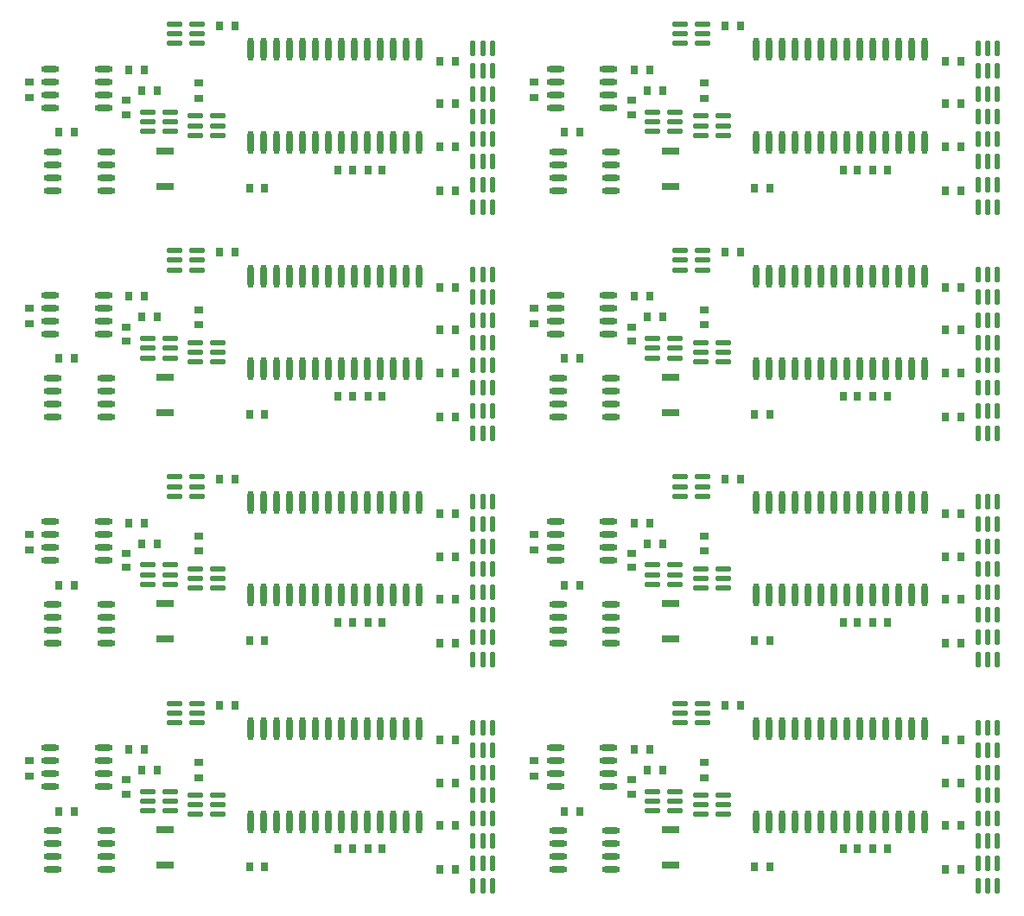
<source format=gtp>
%FSLAX25Y25*%
%MOIN*%
G70*
G01*
G75*
G04 Layer_Color=8421504*
%ADD10O,0.02362X0.09055*%
%ADD11R,0.02756X0.03543*%
%ADD12O,0.01969X0.06299*%
%ADD13R,0.03150X0.03543*%
%ADD14R,0.06693X0.02953*%
%ADD15O,0.07087X0.02362*%
%ADD16R,0.03543X0.02756*%
%ADD17R,0.03543X0.03150*%
%ADD18O,0.06299X0.01969*%
%ADD19C,0.02000*%
%ADD20C,0.01000*%
%ADD21C,0.07874*%
%ADD22O,0.03937X0.05906*%
%ADD23C,0.04724*%
%ADD24O,0.05906X0.03937*%
%ADD25C,0.05000*%
%ADD26C,0.00984*%
%ADD27C,0.02362*%
%ADD28C,0.00787*%
%ADD29C,0.00600*%
D10*
X91618Y33283D02*
D03*
X96618D02*
D03*
X101618D02*
D03*
X106618D02*
D03*
X111618D02*
D03*
X116618D02*
D03*
X121618D02*
D03*
X126618D02*
D03*
X131618D02*
D03*
X136618D02*
D03*
X141618D02*
D03*
X146618D02*
D03*
X151618D02*
D03*
X156618D02*
D03*
X91618Y69110D02*
D03*
X96618D02*
D03*
X101618D02*
D03*
X106618D02*
D03*
X111618D02*
D03*
X116618D02*
D03*
X121618D02*
D03*
X126618D02*
D03*
X131618D02*
D03*
X136618D02*
D03*
X141618D02*
D03*
X146618D02*
D03*
X151618D02*
D03*
X156618D02*
D03*
X286500Y33283D02*
D03*
X291500D02*
D03*
X296500D02*
D03*
X301500D02*
D03*
X306500D02*
D03*
X311500D02*
D03*
X316500D02*
D03*
X321500D02*
D03*
X326500D02*
D03*
X331500D02*
D03*
X336500D02*
D03*
X341500D02*
D03*
X346500D02*
D03*
X351500D02*
D03*
X286500Y69110D02*
D03*
X291500D02*
D03*
X296500D02*
D03*
X301500D02*
D03*
X306500D02*
D03*
X311500D02*
D03*
X316500D02*
D03*
X321500D02*
D03*
X326500D02*
D03*
X331500D02*
D03*
X336500D02*
D03*
X341500D02*
D03*
X346500D02*
D03*
X351500D02*
D03*
X91618Y120685D02*
D03*
X96618D02*
D03*
X101618D02*
D03*
X106618D02*
D03*
X111618D02*
D03*
X116618D02*
D03*
X121618D02*
D03*
X126618D02*
D03*
X131618D02*
D03*
X136618D02*
D03*
X141618D02*
D03*
X146618D02*
D03*
X151618D02*
D03*
X156618D02*
D03*
X91618Y156512D02*
D03*
X96618D02*
D03*
X101618D02*
D03*
X106618D02*
D03*
X111618D02*
D03*
X116618D02*
D03*
X121618D02*
D03*
X126618D02*
D03*
X131618D02*
D03*
X136618D02*
D03*
X141618D02*
D03*
X146618D02*
D03*
X151618D02*
D03*
X156618D02*
D03*
X286500Y120685D02*
D03*
X291500D02*
D03*
X296500D02*
D03*
X301500D02*
D03*
X306500D02*
D03*
X311500D02*
D03*
X316500D02*
D03*
X321500D02*
D03*
X326500D02*
D03*
X331500D02*
D03*
X336500D02*
D03*
X341500D02*
D03*
X346500D02*
D03*
X351500D02*
D03*
X286500Y156512D02*
D03*
X291500D02*
D03*
X296500D02*
D03*
X301500D02*
D03*
X306500D02*
D03*
X311500D02*
D03*
X316500D02*
D03*
X321500D02*
D03*
X326500D02*
D03*
X331500D02*
D03*
X336500D02*
D03*
X341500D02*
D03*
X346500D02*
D03*
X351500D02*
D03*
X91618Y208087D02*
D03*
X96618D02*
D03*
X101618D02*
D03*
X106618D02*
D03*
X111618D02*
D03*
X116618D02*
D03*
X121618D02*
D03*
X126618D02*
D03*
X131618D02*
D03*
X136618D02*
D03*
X141618D02*
D03*
X146618D02*
D03*
X151618D02*
D03*
X156618D02*
D03*
X91618Y243913D02*
D03*
X96618D02*
D03*
X101618D02*
D03*
X106618D02*
D03*
X111618D02*
D03*
X116618D02*
D03*
X121618D02*
D03*
X126618D02*
D03*
X131618D02*
D03*
X136618D02*
D03*
X141618D02*
D03*
X146618D02*
D03*
X151618D02*
D03*
X156618D02*
D03*
X286500Y208087D02*
D03*
X291500D02*
D03*
X296500D02*
D03*
X301500D02*
D03*
X306500D02*
D03*
X311500D02*
D03*
X316500D02*
D03*
X321500D02*
D03*
X326500D02*
D03*
X331500D02*
D03*
X336500D02*
D03*
X341500D02*
D03*
X346500D02*
D03*
X351500D02*
D03*
X286500Y243913D02*
D03*
X291500D02*
D03*
X296500D02*
D03*
X301500D02*
D03*
X306500D02*
D03*
X311500D02*
D03*
X316500D02*
D03*
X321500D02*
D03*
X326500D02*
D03*
X331500D02*
D03*
X336500D02*
D03*
X341500D02*
D03*
X346500D02*
D03*
X351500D02*
D03*
X91618Y295488D02*
D03*
X96618D02*
D03*
X101618D02*
D03*
X106618D02*
D03*
X111618D02*
D03*
X116618D02*
D03*
X121618D02*
D03*
X126618D02*
D03*
X131618D02*
D03*
X136618D02*
D03*
X141618D02*
D03*
X146618D02*
D03*
X151618D02*
D03*
X156618D02*
D03*
X91618Y331315D02*
D03*
X96618D02*
D03*
X101618D02*
D03*
X106618D02*
D03*
X111618D02*
D03*
X116618D02*
D03*
X121618D02*
D03*
X126618D02*
D03*
X131618D02*
D03*
X136618D02*
D03*
X141618D02*
D03*
X146618D02*
D03*
X151618D02*
D03*
X156618D02*
D03*
X286500Y295488D02*
D03*
X291500D02*
D03*
X296500D02*
D03*
X301500D02*
D03*
X306500D02*
D03*
X311500D02*
D03*
X316500D02*
D03*
X321500D02*
D03*
X326500D02*
D03*
X331500D02*
D03*
X336500D02*
D03*
X341500D02*
D03*
X346500D02*
D03*
X351500D02*
D03*
X286500Y331315D02*
D03*
X291500D02*
D03*
X296500D02*
D03*
X301500D02*
D03*
X306500D02*
D03*
X311500D02*
D03*
X316500D02*
D03*
X321500D02*
D03*
X326500D02*
D03*
X331500D02*
D03*
X336500D02*
D03*
X341500D02*
D03*
X346500D02*
D03*
X351500D02*
D03*
D11*
X85571Y78197D02*
D03*
X79665D02*
D03*
X164665Y64697D02*
D03*
X170571D02*
D03*
X164665Y48197D02*
D03*
X170571D02*
D03*
X170571Y14697D02*
D03*
X164665D02*
D03*
X170571Y31697D02*
D03*
X164665D02*
D03*
X97071Y15697D02*
D03*
X91165D02*
D03*
X17665Y37197D02*
D03*
X23571D02*
D03*
X44665Y61197D02*
D03*
X50571D02*
D03*
X49665Y53197D02*
D03*
X55571D02*
D03*
X280453Y78197D02*
D03*
X274547D02*
D03*
X359547Y64697D02*
D03*
X365453D02*
D03*
X359547Y48197D02*
D03*
X365453D02*
D03*
X365453Y14697D02*
D03*
X359547D02*
D03*
X365453Y31697D02*
D03*
X359547D02*
D03*
X291953Y15697D02*
D03*
X286047D02*
D03*
X212547Y37197D02*
D03*
X218453D02*
D03*
X239547Y61197D02*
D03*
X245453D02*
D03*
X244547Y53197D02*
D03*
X250453D02*
D03*
X85571Y165598D02*
D03*
X79665D02*
D03*
X164665Y152098D02*
D03*
X170571D02*
D03*
X164665Y135598D02*
D03*
X170571D02*
D03*
X170571Y102098D02*
D03*
X164665D02*
D03*
X170571Y119098D02*
D03*
X164665D02*
D03*
X97071Y103098D02*
D03*
X91165D02*
D03*
X17665Y124598D02*
D03*
X23571D02*
D03*
X44665Y148598D02*
D03*
X50571D02*
D03*
X49665Y140598D02*
D03*
X55571D02*
D03*
X280453Y165598D02*
D03*
X274547D02*
D03*
X359547Y152098D02*
D03*
X365453D02*
D03*
X359547Y135598D02*
D03*
X365453D02*
D03*
X365453Y102098D02*
D03*
X359547D02*
D03*
X365453Y119098D02*
D03*
X359547D02*
D03*
X291953Y103098D02*
D03*
X286047D02*
D03*
X212547Y124598D02*
D03*
X218453D02*
D03*
X239547Y148598D02*
D03*
X245453D02*
D03*
X244547Y140598D02*
D03*
X250453D02*
D03*
X85571Y253000D02*
D03*
X79665D02*
D03*
X164665Y239500D02*
D03*
X170571D02*
D03*
X164665Y223000D02*
D03*
X170571D02*
D03*
X170571Y189500D02*
D03*
X164665D02*
D03*
X170571Y206500D02*
D03*
X164665D02*
D03*
X97071Y190500D02*
D03*
X91165D02*
D03*
X17665Y212000D02*
D03*
X23571D02*
D03*
X44665Y236000D02*
D03*
X50571D02*
D03*
X49665Y228000D02*
D03*
X55571D02*
D03*
X280453Y253000D02*
D03*
X274547D02*
D03*
X359547Y239500D02*
D03*
X365453D02*
D03*
X359547Y223000D02*
D03*
X365453D02*
D03*
X365453Y189500D02*
D03*
X359547D02*
D03*
X365453Y206500D02*
D03*
X359547D02*
D03*
X291953Y190500D02*
D03*
X286047D02*
D03*
X212547Y212000D02*
D03*
X218453D02*
D03*
X239547Y236000D02*
D03*
X245453D02*
D03*
X244547Y228000D02*
D03*
X250453D02*
D03*
X85571Y340402D02*
D03*
X79665D02*
D03*
X164665Y326902D02*
D03*
X170571D02*
D03*
X164665Y310402D02*
D03*
X170571D02*
D03*
X170571Y276902D02*
D03*
X164665D02*
D03*
X170571Y293902D02*
D03*
X164665D02*
D03*
X97071Y277902D02*
D03*
X91165D02*
D03*
X17665Y299402D02*
D03*
X23571D02*
D03*
X44665Y323402D02*
D03*
X50571D02*
D03*
X49665Y315402D02*
D03*
X55571D02*
D03*
X280453Y340402D02*
D03*
X274547D02*
D03*
X359547Y326902D02*
D03*
X365453D02*
D03*
X359547Y310402D02*
D03*
X365453D02*
D03*
X365453Y276902D02*
D03*
X359547D02*
D03*
X365453Y293902D02*
D03*
X359547D02*
D03*
X291953Y277902D02*
D03*
X286047D02*
D03*
X212547Y299402D02*
D03*
X218453D02*
D03*
X239547Y323402D02*
D03*
X245453D02*
D03*
X244547Y315402D02*
D03*
X250453D02*
D03*
D12*
X184858Y69528D02*
D03*
X181118D02*
D03*
X177378D02*
D03*
X184858Y60866D02*
D03*
X181118D02*
D03*
X177378D02*
D03*
X184858Y17028D02*
D03*
X181118D02*
D03*
X177378D02*
D03*
X184858Y8366D02*
D03*
X181118D02*
D03*
X177378D02*
D03*
X184858Y34528D02*
D03*
X181118D02*
D03*
X177378D02*
D03*
X184858Y25866D02*
D03*
X181118D02*
D03*
X177378D02*
D03*
X184858Y52028D02*
D03*
X181118D02*
D03*
X177378D02*
D03*
X184858Y43366D02*
D03*
X181118D02*
D03*
X177378D02*
D03*
X379740Y69528D02*
D03*
X376000D02*
D03*
X372260D02*
D03*
X379740Y60866D02*
D03*
X376000D02*
D03*
X372260D02*
D03*
X379740Y17028D02*
D03*
X376000D02*
D03*
X372260D02*
D03*
X379740Y8366D02*
D03*
X376000D02*
D03*
X372260D02*
D03*
X379740Y34528D02*
D03*
X376000D02*
D03*
X372260D02*
D03*
X379740Y25866D02*
D03*
X376000D02*
D03*
X372260D02*
D03*
X379740Y52028D02*
D03*
X376000D02*
D03*
X372260D02*
D03*
X379740Y43366D02*
D03*
X376000D02*
D03*
X372260D02*
D03*
X184858Y156929D02*
D03*
X181118D02*
D03*
X177378D02*
D03*
X184858Y148268D02*
D03*
X181118D02*
D03*
X177378D02*
D03*
X184858Y104429D02*
D03*
X181118D02*
D03*
X177378D02*
D03*
X184858Y95768D02*
D03*
X181118D02*
D03*
X177378D02*
D03*
X184858Y121929D02*
D03*
X181118D02*
D03*
X177378D02*
D03*
X184858Y113268D02*
D03*
X181118D02*
D03*
X177378D02*
D03*
X184858Y139429D02*
D03*
X181118D02*
D03*
X177378D02*
D03*
X184858Y130768D02*
D03*
X181118D02*
D03*
X177378D02*
D03*
X379740Y156929D02*
D03*
X376000D02*
D03*
X372260D02*
D03*
X379740Y148268D02*
D03*
X376000D02*
D03*
X372260D02*
D03*
X379740Y104429D02*
D03*
X376000D02*
D03*
X372260D02*
D03*
X379740Y95768D02*
D03*
X376000D02*
D03*
X372260D02*
D03*
X379740Y121929D02*
D03*
X376000D02*
D03*
X372260D02*
D03*
X379740Y113268D02*
D03*
X376000D02*
D03*
X372260D02*
D03*
X379740Y139429D02*
D03*
X376000D02*
D03*
X372260D02*
D03*
X379740Y130768D02*
D03*
X376000D02*
D03*
X372260D02*
D03*
X184858Y244331D02*
D03*
X181118D02*
D03*
X177378D02*
D03*
X184858Y235669D02*
D03*
X181118D02*
D03*
X177378D02*
D03*
X184858Y191831D02*
D03*
X181118D02*
D03*
X177378D02*
D03*
X184858Y183169D02*
D03*
X181118D02*
D03*
X177378D02*
D03*
X184858Y209331D02*
D03*
X181118D02*
D03*
X177378D02*
D03*
X184858Y200669D02*
D03*
X181118D02*
D03*
X177378D02*
D03*
X184858Y226831D02*
D03*
X181118D02*
D03*
X177378D02*
D03*
X184858Y218169D02*
D03*
X181118D02*
D03*
X177378D02*
D03*
X379740Y244331D02*
D03*
X376000D02*
D03*
X372260D02*
D03*
X379740Y235669D02*
D03*
X376000D02*
D03*
X372260D02*
D03*
X379740Y191831D02*
D03*
X376000D02*
D03*
X372260D02*
D03*
X379740Y183169D02*
D03*
X376000D02*
D03*
X372260D02*
D03*
X379740Y209331D02*
D03*
X376000D02*
D03*
X372260D02*
D03*
X379740Y200669D02*
D03*
X376000D02*
D03*
X372260D02*
D03*
X379740Y226831D02*
D03*
X376000D02*
D03*
X372260D02*
D03*
X379740Y218169D02*
D03*
X376000D02*
D03*
X372260D02*
D03*
X184858Y331732D02*
D03*
X181118D02*
D03*
X177378D02*
D03*
X184858Y323071D02*
D03*
X181118D02*
D03*
X177378D02*
D03*
X184858Y279232D02*
D03*
X181118D02*
D03*
X177378D02*
D03*
X184858Y270571D02*
D03*
X181118D02*
D03*
X177378D02*
D03*
X184858Y296732D02*
D03*
X181118D02*
D03*
X177378D02*
D03*
X184858Y288071D02*
D03*
X181118D02*
D03*
X177378D02*
D03*
X184858Y314232D02*
D03*
X181118D02*
D03*
X177378D02*
D03*
X184858Y305571D02*
D03*
X181118D02*
D03*
X177378D02*
D03*
X379740Y331732D02*
D03*
X376000D02*
D03*
X372260D02*
D03*
X379740Y323071D02*
D03*
X376000D02*
D03*
X372260D02*
D03*
X379740Y279232D02*
D03*
X376000D02*
D03*
X372260D02*
D03*
X379740Y270571D02*
D03*
X376000D02*
D03*
X372260D02*
D03*
X379740Y296732D02*
D03*
X376000D02*
D03*
X372260D02*
D03*
X379740Y288071D02*
D03*
X376000D02*
D03*
X372260D02*
D03*
X379740Y314232D02*
D03*
X376000D02*
D03*
X372260D02*
D03*
X379740Y305571D02*
D03*
X376000D02*
D03*
X372260D02*
D03*
D13*
X136862Y22697D02*
D03*
X142374D02*
D03*
X130874Y22697D02*
D03*
X125362D02*
D03*
X331744Y22697D02*
D03*
X337256D02*
D03*
X325756Y22697D02*
D03*
X320244D02*
D03*
X136862Y110098D02*
D03*
X142374D02*
D03*
X130874Y110098D02*
D03*
X125362D02*
D03*
X331744Y110098D02*
D03*
X337256D02*
D03*
X325756Y110098D02*
D03*
X320244D02*
D03*
X136862Y197500D02*
D03*
X142374D02*
D03*
X130874Y197500D02*
D03*
X125362D02*
D03*
X331744Y197500D02*
D03*
X337256D02*
D03*
X325756Y197500D02*
D03*
X320244D02*
D03*
X136862Y284902D02*
D03*
X142374D02*
D03*
X130874Y284902D02*
D03*
X125362D02*
D03*
X331744Y284902D02*
D03*
X337256D02*
D03*
X325756Y284902D02*
D03*
X320244D02*
D03*
D14*
X58618Y29988D02*
D03*
Y16406D02*
D03*
X253500Y29988D02*
D03*
Y16406D02*
D03*
X58618Y117390D02*
D03*
Y103807D02*
D03*
X253500Y117390D02*
D03*
Y103807D02*
D03*
X58618Y204791D02*
D03*
Y191209D02*
D03*
X253500Y204791D02*
D03*
Y191209D02*
D03*
X58618Y292193D02*
D03*
Y278610D02*
D03*
X253500Y292193D02*
D03*
Y278610D02*
D03*
D15*
X15382Y29697D02*
D03*
Y24697D02*
D03*
Y19697D02*
D03*
Y14697D02*
D03*
X35854Y29697D02*
D03*
Y24697D02*
D03*
Y19697D02*
D03*
Y14697D02*
D03*
X34854Y46697D02*
D03*
Y51697D02*
D03*
Y56697D02*
D03*
Y61697D02*
D03*
X14382Y46697D02*
D03*
Y51697D02*
D03*
Y56697D02*
D03*
Y61697D02*
D03*
X210264Y29697D02*
D03*
Y24697D02*
D03*
Y19697D02*
D03*
Y14697D02*
D03*
X230736Y29697D02*
D03*
Y24697D02*
D03*
Y19697D02*
D03*
Y14697D02*
D03*
X229736Y46697D02*
D03*
Y51697D02*
D03*
Y56697D02*
D03*
Y61697D02*
D03*
X209264Y46697D02*
D03*
Y51697D02*
D03*
Y56697D02*
D03*
Y61697D02*
D03*
X15382Y117098D02*
D03*
Y112098D02*
D03*
Y107098D02*
D03*
Y102098D02*
D03*
X35854Y117098D02*
D03*
Y112098D02*
D03*
Y107098D02*
D03*
Y102098D02*
D03*
X34854Y134098D02*
D03*
Y139098D02*
D03*
Y144098D02*
D03*
Y149098D02*
D03*
X14382Y134098D02*
D03*
Y139098D02*
D03*
Y144098D02*
D03*
Y149098D02*
D03*
X210264Y117098D02*
D03*
Y112098D02*
D03*
Y107098D02*
D03*
Y102098D02*
D03*
X230736Y117098D02*
D03*
Y112098D02*
D03*
Y107098D02*
D03*
Y102098D02*
D03*
X229736Y134098D02*
D03*
Y139098D02*
D03*
Y144098D02*
D03*
Y149098D02*
D03*
X209264Y134098D02*
D03*
Y139098D02*
D03*
Y144098D02*
D03*
Y149098D02*
D03*
X15382Y204500D02*
D03*
Y199500D02*
D03*
Y194500D02*
D03*
Y189500D02*
D03*
X35854Y204500D02*
D03*
Y199500D02*
D03*
Y194500D02*
D03*
Y189500D02*
D03*
X34854Y221500D02*
D03*
Y226500D02*
D03*
Y231500D02*
D03*
Y236500D02*
D03*
X14382Y221500D02*
D03*
Y226500D02*
D03*
Y231500D02*
D03*
Y236500D02*
D03*
X210264Y204500D02*
D03*
Y199500D02*
D03*
Y194500D02*
D03*
Y189500D02*
D03*
X230736Y204500D02*
D03*
Y199500D02*
D03*
Y194500D02*
D03*
Y189500D02*
D03*
X229736Y221500D02*
D03*
Y226500D02*
D03*
Y231500D02*
D03*
Y236500D02*
D03*
X209264Y221500D02*
D03*
Y226500D02*
D03*
Y231500D02*
D03*
Y236500D02*
D03*
X15382Y291902D02*
D03*
Y286902D02*
D03*
Y281902D02*
D03*
Y276902D02*
D03*
X35854Y291902D02*
D03*
Y286902D02*
D03*
Y281902D02*
D03*
Y276902D02*
D03*
X34854Y308902D02*
D03*
Y313902D02*
D03*
Y318902D02*
D03*
Y323902D02*
D03*
X14382Y308902D02*
D03*
Y313902D02*
D03*
Y318902D02*
D03*
Y323902D02*
D03*
X210264Y291902D02*
D03*
Y286902D02*
D03*
Y281902D02*
D03*
Y276902D02*
D03*
X230736Y291902D02*
D03*
Y286902D02*
D03*
Y281902D02*
D03*
Y276902D02*
D03*
X229736Y308902D02*
D03*
Y313902D02*
D03*
Y318902D02*
D03*
Y323902D02*
D03*
X209264Y308902D02*
D03*
Y313902D02*
D03*
Y318902D02*
D03*
Y323902D02*
D03*
D16*
X6118Y56650D02*
D03*
Y50744D02*
D03*
X71618Y56150D02*
D03*
Y50244D02*
D03*
X201000Y56650D02*
D03*
Y50744D02*
D03*
X266500Y56150D02*
D03*
Y50244D02*
D03*
X6118Y144051D02*
D03*
Y138146D02*
D03*
X71618Y143551D02*
D03*
Y137646D02*
D03*
X201000Y144051D02*
D03*
Y138146D02*
D03*
X266500Y143551D02*
D03*
Y137646D02*
D03*
X6118Y231453D02*
D03*
Y225547D02*
D03*
X71618Y230953D02*
D03*
Y225047D02*
D03*
X201000Y231453D02*
D03*
Y225547D02*
D03*
X266500Y230953D02*
D03*
Y225047D02*
D03*
X6118Y318854D02*
D03*
Y312949D02*
D03*
X71618Y318354D02*
D03*
Y312449D02*
D03*
X201000Y318854D02*
D03*
Y312949D02*
D03*
X266500Y318354D02*
D03*
Y312449D02*
D03*
D17*
X43618Y49453D02*
D03*
Y43941D02*
D03*
X238500Y49453D02*
D03*
Y43941D02*
D03*
X43618Y136854D02*
D03*
Y131342D02*
D03*
X238500Y136854D02*
D03*
Y131342D02*
D03*
X43618Y224256D02*
D03*
Y218744D02*
D03*
X238500Y224256D02*
D03*
Y218744D02*
D03*
X43618Y311658D02*
D03*
Y306146D02*
D03*
X238500Y311658D02*
D03*
Y306146D02*
D03*
D18*
X60449Y37457D02*
D03*
Y41197D02*
D03*
Y44937D02*
D03*
X51787Y37457D02*
D03*
Y41197D02*
D03*
Y44937D02*
D03*
X62287Y78937D02*
D03*
Y75197D02*
D03*
Y71457D02*
D03*
X70949Y78937D02*
D03*
Y75197D02*
D03*
Y71457D02*
D03*
X78949Y35957D02*
D03*
Y39697D02*
D03*
Y43437D02*
D03*
X70287Y35957D02*
D03*
Y39697D02*
D03*
Y43437D02*
D03*
X255331Y37457D02*
D03*
Y41197D02*
D03*
Y44937D02*
D03*
X246669Y37457D02*
D03*
Y41197D02*
D03*
Y44937D02*
D03*
X257169Y78937D02*
D03*
Y75197D02*
D03*
Y71457D02*
D03*
X265831Y78937D02*
D03*
Y75197D02*
D03*
Y71457D02*
D03*
X273831Y35957D02*
D03*
Y39697D02*
D03*
Y43437D02*
D03*
X265169Y35957D02*
D03*
Y39697D02*
D03*
Y43437D02*
D03*
X60449Y124858D02*
D03*
Y128598D02*
D03*
Y132339D02*
D03*
X51787Y124858D02*
D03*
Y128598D02*
D03*
Y132339D02*
D03*
X62287Y166339D02*
D03*
Y162598D02*
D03*
Y158858D02*
D03*
X70949Y166339D02*
D03*
Y162598D02*
D03*
Y158858D02*
D03*
X78949Y123358D02*
D03*
Y127098D02*
D03*
Y130839D02*
D03*
X70287Y123358D02*
D03*
Y127098D02*
D03*
Y130839D02*
D03*
X255331Y124858D02*
D03*
Y128598D02*
D03*
Y132339D02*
D03*
X246669Y124858D02*
D03*
Y128598D02*
D03*
Y132339D02*
D03*
X257169Y166339D02*
D03*
Y162598D02*
D03*
Y158858D02*
D03*
X265831Y166339D02*
D03*
Y162598D02*
D03*
Y158858D02*
D03*
X273831Y123358D02*
D03*
Y127098D02*
D03*
Y130839D02*
D03*
X265169Y123358D02*
D03*
Y127098D02*
D03*
Y130839D02*
D03*
X60449Y212260D02*
D03*
Y216000D02*
D03*
Y219740D02*
D03*
X51787Y212260D02*
D03*
Y216000D02*
D03*
Y219740D02*
D03*
X62287Y253740D02*
D03*
Y250000D02*
D03*
Y246260D02*
D03*
X70949Y253740D02*
D03*
Y250000D02*
D03*
Y246260D02*
D03*
X78949Y210760D02*
D03*
Y214500D02*
D03*
Y218240D02*
D03*
X70287Y210760D02*
D03*
Y214500D02*
D03*
Y218240D02*
D03*
X255331Y212260D02*
D03*
Y216000D02*
D03*
Y219740D02*
D03*
X246669Y212260D02*
D03*
Y216000D02*
D03*
Y219740D02*
D03*
X257169Y253740D02*
D03*
Y250000D02*
D03*
Y246260D02*
D03*
X265831Y253740D02*
D03*
Y250000D02*
D03*
Y246260D02*
D03*
X273831Y210760D02*
D03*
Y214500D02*
D03*
Y218240D02*
D03*
X265169Y210760D02*
D03*
Y214500D02*
D03*
Y218240D02*
D03*
X60449Y299661D02*
D03*
Y303402D02*
D03*
Y307142D02*
D03*
X51787Y299661D02*
D03*
Y303402D02*
D03*
Y307142D02*
D03*
X62287Y341142D02*
D03*
Y337402D02*
D03*
Y333661D02*
D03*
X70949Y341142D02*
D03*
Y337402D02*
D03*
Y333661D02*
D03*
X78949Y298161D02*
D03*
Y301902D02*
D03*
Y305642D02*
D03*
X70287Y298161D02*
D03*
Y301902D02*
D03*
Y305642D02*
D03*
X255331Y299661D02*
D03*
Y303402D02*
D03*
Y307142D02*
D03*
X246669Y299661D02*
D03*
Y303402D02*
D03*
Y307142D02*
D03*
X257169Y341142D02*
D03*
Y337402D02*
D03*
Y333661D02*
D03*
X265831Y341142D02*
D03*
Y337402D02*
D03*
Y333661D02*
D03*
X273831Y298161D02*
D03*
Y301902D02*
D03*
Y305642D02*
D03*
X265169Y298161D02*
D03*
Y301902D02*
D03*
Y305642D02*
D03*
M02*

</source>
